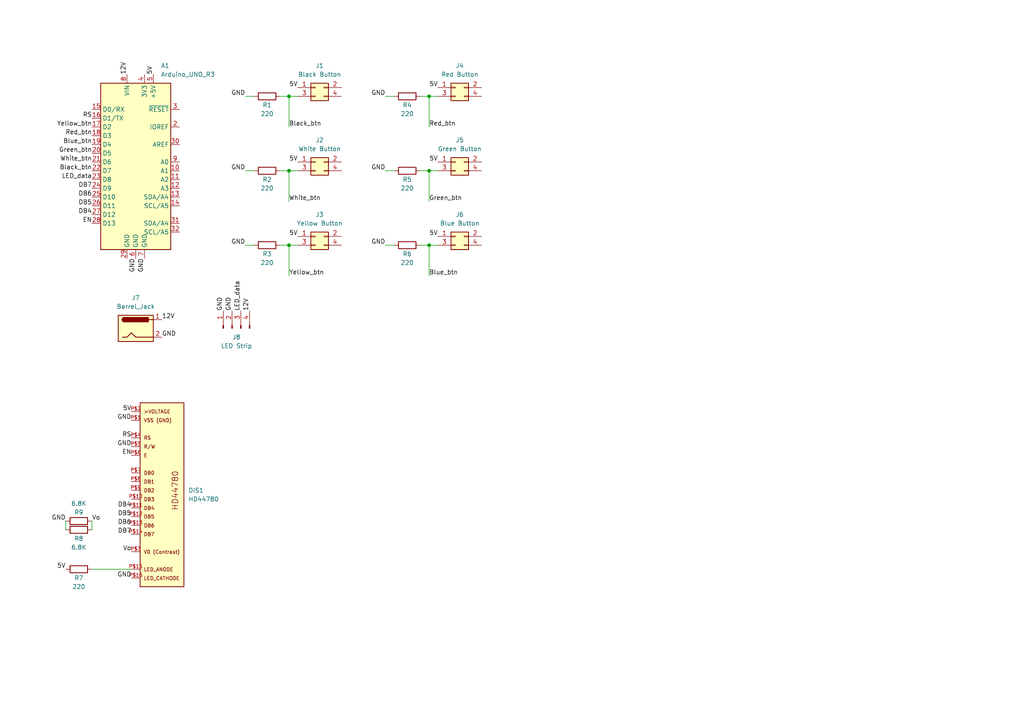
<source format=kicad_sch>
(kicad_sch (version 20230121) (generator eeschema)
  (paper "A4")
  (lib_symbols
    (symbol "Connector:Barrel_Jack" (pin_names (offset 1.016))
      (property "Reference" "J" (at 0 5.334 0))
      (property "Value" "Barrel_Jack" (at 0 -5.08 0))
      (symbol "Barrel_Jack_0_1"
        (rectangle (start -5.08 3.81) (end 5.08 -3.81) (stroke (width 0.254)) (fill (type background)))
        (arc (start -3.302 3.175) (mid -3.9343 2.54) (end -3.302 1.905) (stroke (width 0.254)))
        (arc (start -3.302 3.175) (mid -3.9343 2.54) (end -3.302 1.905) (stroke (width 0.254)) (fill (type outline)))
        (polyline (pts (xy 5.08 2.54) (xy 3.81 2.54)) (stroke (width 0.254)))
        (polyline (pts (xy -3.81 -2.54) (xy -2.54 -2.54) (xy -1.27 -1.27) (xy 0 -2.54) (xy 2.54 -2.54) (xy 5.08 -2.54)) (stroke (width 0.254)))
        (rectangle (start 3.683 3.175) (end -3.302 1.905) (stroke (width 0.254)) (fill (type outline)))
      )
      (symbol "Barrel_Jack_1_1"
        (pin passive line (at 7.62 2.54 180) (length 2.54) (name "~") (number "1"))
        (pin passive line (at 7.62 -2.54 180) (length 2.54) (name "~") (number "2"))
      )
    )
    (symbol "Connector:Conn_01x04_Pin" (pin_names (offset 1.016) hide)
      (property "Reference" "J" (at 0 5.08 0))
      (property "Value" "Conn_01x04_Pin" (at 0 -7.62 0))
      (symbol "Conn_01x04_Pin_1_1"
        (polyline (pts (xy 1.27 -5.08) (xy 0.8636 -5.08)) (stroke (width 0.1524)))
        (polyline (pts (xy 1.27 -2.54) (xy 0.8636 -2.54)) (stroke (width 0.1524)))
        (polyline (pts (xy 1.27 0) (xy 0.8636 0)) (stroke (width 0.1524)))
        (polyline (pts (xy 1.27 2.54) (xy 0.8636 2.54)) (stroke (width 0.1524)))
        (rectangle (start 0.8636 -4.953) (end 0 -5.207) (stroke (width 0.1524)) (fill (type outline)))
        (rectangle (start 0.8636 -2.413) (end 0 -2.667) (stroke (width 0.1524)) (fill (type outline)))
        (rectangle (start 0.8636 0.127) (end 0 -0.127) (stroke (width 0.1524)) (fill (type outline)))
        (rectangle (start 0.8636 2.667) (end 0 2.413) (stroke (width 0.1524)) (fill (type outline)))
        (pin passive line (at 5.08 2.54 180) (length 3.81) (name "Pin_1") (number "1"))
        (pin passive line (at 5.08 0 180) (length 3.81) (name "Pin_2") (number "2"))
        (pin passive line (at 5.08 -2.54 180) (length 3.81) (name "Pin_3") (number "3"))
        (pin passive line (at 5.08 -5.08 180) (length 3.81) (name "Pin_4") (number "4"))
      )
    )
    (symbol "Connector_Generic:Conn_02x02_Top_Bottom" (pin_names (offset 1.016) hide)
      (property "Reference" "J3" (at 1.27 6.35 0))
      (property "Value" "Green Button" (at 1.27 3.81 0))
      (symbol "Conn_02x02_Top_Bottom_1_1"
        (rectangle (start -1.27 -2.413) (end 0 -2.667) (stroke (width 0.1524)))
        (rectangle (start -1.27 0.127) (end 0 -0.127) (stroke (width 0.1524)))
        (rectangle (start -1.27 1.27) (end 3.81 -3.81) (stroke (width 0.254)) (fill (type background)))
        (rectangle (start 3.81 -2.413) (end 2.54 -2.667) (stroke (width 0.1524)))
        (rectangle (start 3.81 0.127) (end 2.54 -0.127) (stroke (width 0.1524)))
        (pin passive line (at -5.08 0 0) (length 3.81) (name "Pin_1") (number "1"))
        (pin passive line (at 7.62 0 180) (length 3.81) (name "Pin_2") (number "2"))
        (pin passive line (at -5.08 -2.54 0) (length 3.81) (name "Pin_3") (number "3"))
        (pin passive line (at 7.62 -2.54 180) (length 3.81) (name "Pin_4") (number "4"))
      )
    )
    (symbol "Device:R" (pin_numbers hide) (pin_names (offset 0))
      (property "Reference" "R" (at 2.032 0 90))
      (property "Value" "R" (at 0 0 90))
      (symbol "R_0_1"
        (rectangle (start -1.016 -2.54) (end 1.016 2.54) (stroke (width 0.254)))
      )
      (symbol "R_1_1"
        (pin passive line (at 0 3.81 270) (length 1.27) (name "~") (number "1"))
        (pin passive line (at 0 -3.81 90) (length 1.27) (name "~") (number "2"))
      )
    )
    (symbol "HD44780:HD44780" (pin_names (offset 1.016))
      (property "Reference" "DIS" (at 0 5.0838 0))
      (property "Value" "HD44780" (at 0 2.5411 0))
      (symbol "HD44780_0_0"
        (rectangle (start 0 -53.34) (end 12.7 0) (stroke (width 0.254)) (fill (type background)))
        (text ">VOLTAGE" (at 1.0178 -2.5445 0) (effects (font (size 1.0178 1.0178)) (justify left)))
        (text "DB0" (at 1.0173 -20.3461 0) (effects (font (size 1.0173 1.0173)) (justify left)))
        (text "DB1" (at 1.0168 -22.8787 0) (effects (font (size 1.0168 1.0168)) (justify left)))
        (text "DB2" (at 1.0162 -25.4047 0) (effects (font (size 1.0162 1.0162)) (justify left)))
        (text "DB3" (at 1.0178 -27.9901 0) (effects (font (size 1.0178 1.0178)) (justify left)))
        (text "DB4" (at 1.0178 -30.5329 0) (effects (font (size 1.0178 1.0178)) (justify left)))
        (text "DB5" (at 1.0161 -33.0219 0) (effects (font (size 1.0161 1.0161)) (justify left)))
        (text "DB6" (at 1.017 -35.5947 0) (effects (font (size 1.017 1.017)) (justify left)))
        (text "DB7" (at 1.0168 -38.1282 0) (effects (font (size 1.0168 1.0168)) (justify left)))
        (text "E" (at 1.018 -15.2701 0) (effects (font (size 1.018 1.018)) (justify left)))
        (text "HD44780" (at 10.1674 -25.4186 900) (effects (font (size 1.6776 1.6776))))
        (text "LED_ANODE" (at 1.0175 -48.3321 0) (effects (font (size 1.0175 1.0175)) (justify left)))
        (text "LED_CATHODE" (at 1.0176 -50.8817 0) (effects (font (size 1.0176 1.0176)) (justify left)))
        (text "R/W" (at 1.0169 -12.7107 0) (effects (font (size 1.0169 1.0169)) (justify left)))
        (text "RS" (at 1.0163 -10.1627 0) (effects (font (size 1.0163 1.0163)) (justify left)))
        (text "V0 (Contrast)" (at 1.0176 -43.2498 0) (effects (font (size 1.0176 1.0176)) (justify left)))
        (text "VSS (GND)" (at 1.0161 -5.0803 0) (effects (font (size 1.0161 1.0161)) (justify left)))
        (pin bidirectional line (at -2.54 -5.08 0) (length 2.54) (name "~") (number "P$1"))
        (pin bidirectional line (at -2.54 -27.94 0) (length 2.54) (name "~") (number "P$10"))
        (pin bidirectional line (at -2.54 -30.48 0) (length 2.54) (name "~") (number "P$11"))
        (pin bidirectional line (at -2.54 -33.02 0) (length 2.54) (name "~") (number "P$12"))
        (pin bidirectional line (at -2.54 -35.56 0) (length 2.54) (name "~") (number "P$13"))
        (pin bidirectional line (at -2.54 -38.1 0) (length 2.54) (name "~") (number "P$14"))
        (pin bidirectional line (at -2.54 -48.26 0) (length 2.54) (name "~") (number "P$15"))
        (pin bidirectional line (at -2.54 -50.8 0) (length 2.54) (name "~") (number "P$16"))
        (pin bidirectional line (at -2.54 -2.54 0) (length 2.54) (name "~") (number "P$2"))
        (pin bidirectional line (at -2.54 -43.18 0) (length 2.54) (name "~") (number "P$3"))
        (pin bidirectional line (at -2.54 -10.16 0) (length 2.54) (name "~") (number "P$4"))
        (pin bidirectional line (at -2.54 -12.7 0) (length 2.54) (name "~") (number "P$5"))
        (pin bidirectional line (at -2.54 -15.24 0) (length 2.54) (name "~") (number "P$6"))
        (pin bidirectional line (at -2.54 -20.32 0) (length 2.54) (name "~") (number "P$7"))
        (pin bidirectional line (at -2.54 -22.86 0) (length 2.54) (name "~") (number "P$8"))
        (pin bidirectional line (at -2.54 -25.4 0) (length 2.54) (name "~") (number "P$9"))
      )
    )
    (symbol "MCU_Module:Arduino_UNO_R3"
      (property "Reference" "A" (at -10.16 23.495 0))
      (property "Value" "Arduino_UNO_R3" (at 5.08 -26.67 0))
      (symbol "Arduino_UNO_R3_0_1"
        (rectangle (start -10.16 22.86) (end 10.16 -25.4) (stroke (width 0.254)) (fill (type background)))
      )
      (symbol "Arduino_UNO_R3_1_1"
        (pin no_connect line (at -10.16 -20.32 0) (length 2.54) hide (name "NC") (number "1"))
        (pin bidirectional line (at 12.7 -2.54 180) (length 2.54) (name "A1") (number "10"))
        (pin bidirectional line (at 12.7 -5.08 180) (length 2.54) (name "A2") (number "11"))
        (pin bidirectional line (at 12.7 -7.62 180) (length 2.54) (name "A3") (number "12"))
        (pin bidirectional line (at 12.7 -10.16 180) (length 2.54) (name "SDA/A4") (number "13"))
        (pin bidirectional line (at 12.7 -12.7 180) (length 2.54) (name "SCL/A5") (number "14"))
        (pin bidirectional line (at -12.7 15.24 0) (length 2.54) (name "D0/RX") (number "15"))
        (pin bidirectional line (at -12.7 12.7 0) (length 2.54) (name "D1/TX") (number "16"))
        (pin bidirectional line (at -12.7 10.16 0) (length 2.54) (name "D2") (number "17"))
        (pin bidirectional line (at -12.7 7.62 0) (length 2.54) (name "D3") (number "18"))
        (pin bidirectional line (at -12.7 5.08 0) (length 2.54) (name "D4") (number "19"))
        (pin output line (at 12.7 10.16 180) (length 2.54) (name "IOREF") (number "2"))
        (pin bidirectional line (at -12.7 2.54 0) (length 2.54) (name "D5") (number "20"))
        (pin bidirectional line (at -12.7 0 0) (length 2.54) (name "D6") (number "21"))
        (pin bidirectional line (at -12.7 -2.54 0) (length 2.54) (name "D7") (number "22"))
        (pin bidirectional line (at -12.7 -5.08 0) (length 2.54) (name "D8") (number "23"))
        (pin bidirectional line (at -12.7 -7.62 0) (length 2.54) (name "D9") (number "24"))
        (pin bidirectional line (at -12.7 -10.16 0) (length 2.54) (name "D10") (number "25"))
        (pin bidirectional line (at -12.7 -12.7 0) (length 2.54) (name "D11") (number "26"))
        (pin bidirectional line (at -12.7 -15.24 0) (length 2.54) (name "D12") (number "27"))
        (pin bidirectional line (at -12.7 -17.78 0) (length 2.54) (name "D13") (number "28"))
        (pin power_in line (at -2.54 -27.94 90) (length 2.54) (name "GND") (number "29"))
        (pin input line (at 12.7 15.24 180) (length 2.54) (name "~{RESET}") (number "3"))
        (pin input line (at 12.7 5.08 180) (length 2.54) (name "AREF") (number "30"))
        (pin bidirectional line (at 12.7 -17.78 180) (length 2.54) (name "SDA/A4") (number "31"))
        (pin bidirectional line (at 12.7 -20.32 180) (length 2.54) (name "SCL/A5") (number "32"))
        (pin power_out line (at 2.54 25.4 270) (length 2.54) (name "3V3") (number "4"))
        (pin power_out line (at 5.08 25.4 270) (length 2.54) (name "+5V") (number "5"))
        (pin power_in line (at 0 -27.94 90) (length 2.54) (name "GND") (number "6"))
        (pin power_in line (at 2.54 -27.94 90) (length 2.54) (name "GND") (number "7"))
        (pin power_in line (at -2.54 25.4 270) (length 2.54) (name "VIN") (number "8"))
        (pin bidirectional line (at 12.7 0 180) (length 2.54) (name "A0") (number "9"))
      )
    )
  )
  (junction (at 124.46 71.12))
  (junction (at 83.82 49.53))
  (junction (at 83.82 27.94))
  (junction (at 124.46 27.94))
  (junction (at 124.46 49.53))
  (junction (at 83.82 71.12))
  (wire (pts (xy 26.67 151.13) (xy 26.67 153.67)))
  (wire (pts (xy 111.76 49.53) (xy 114.3 49.53)))
  (wire (pts (xy 26.67 165.1) (xy 38.1 165.1)))
  (wire (pts (xy 83.82 71.12) (xy 83.82 80.01)))
  (wire (pts (xy 124.46 27.94) (xy 124.46 36.83)))
  (wire (pts (xy 71.12 49.53) (xy 73.66 49.53)))
  (wire (pts (xy 121.92 71.12) (xy 124.46 71.12)))
  (wire (pts (xy 121.92 49.53) (xy 124.46 49.53)))
  (wire (pts (xy 111.76 71.12) (xy 114.3 71.12)))
  (wire (pts (xy 124.46 49.53) (xy 127 49.53)))
  (wire (pts (xy 81.28 27.94) (xy 83.82 27.94)))
  (wire (pts (xy 83.82 71.12) (xy 86.36 71.12)))
  (wire (pts (xy 124.46 27.94) (xy 127 27.94)))
  (wire (pts (xy 71.12 71.12) (xy 73.66 71.12)))
  (wire (pts (xy 121.92 27.94) (xy 124.46 27.94)))
  (wire (pts (xy 124.46 71.12) (xy 127 71.12)))
  (wire (pts (xy 71.12 27.94) (xy 73.66 27.94)))
  (wire (pts (xy 83.82 27.94) (xy 83.82 36.83)))
  (wire (pts (xy 111.76 27.94) (xy 114.3 27.94)))
  (wire (pts (xy 81.28 49.53) (xy 83.82 49.53)))
  (wire (pts (xy 83.82 27.94) (xy 86.36 27.94)))
  (wire (pts (xy 124.46 49.53) (xy 124.46 58.42)))
  (wire (pts (xy 83.82 49.53) (xy 83.82 58.42)))
  (wire (pts (xy 83.82 49.53) (xy 86.36 49.53)))
  (wire (pts (xy 19.05 151.13) (xy 19.05 153.67)))
  (wire (pts (xy 81.28 71.12) (xy 83.82 71.12)))
  (wire (pts (xy 124.46 71.12) (xy 124.46 80.01)))
  (label "Vo" (at 26.67 151.13 0))
  (label "DB6" (at 26.67 57.15 180))
  (label "Yellow_btn" (at 83.82 80.01 0))
  (label "DB4" (at 26.67 62.23 180))
  (label "GND" (at 38.1 129.54 180))
  (label "Green_btn" (at 124.46 58.42 0))
  (label "GND" (at 111.76 27.94 180))
  (label "5V" (at 38.1 119.38 180))
  (label "GND" (at 111.76 49.53 180))
  (label "LED_data" (at 26.67 52.07 180))
  (label "Red_btn" (at 124.46 36.83 0))
  (label "5V" (at 127 46.99 180))
  (label "White_btn" (at 26.67 46.99 180))
  (label "Green_btn" (at 26.67 44.45 180))
  (label "GND" (at 71.12 71.12 180))
  (label "GND" (at 67.31 90.17 90))
  (label "GND" (at 71.12 49.53 180))
  (label "LED_data" (at 69.85 90.17 90))
  (label "DB7" (at 38.1 154.94 180))
  (label "Red_btn" (at 26.67 39.37 180))
  (label "DB6" (at 38.1 152.4 180))
  (label "5V" (at 86.36 68.58 180))
  (label "GND" (at 71.12 27.94 180))
  (label "Blue_btn" (at 124.46 80.01 0))
  (label "Yellow_btn" (at 26.67 36.83 180))
  (label "RS" (at 26.67 34.29 180))
  (label "12V" (at 36.83 21.59 90))
  (label "GND" (at 111.76 71.12 180))
  (label "12V" (at 46.99 92.71 0))
  (label "5V" (at 127 25.4 180))
  (label "EN" (at 38.1 132.08 180))
  (label "5V" (at 86.36 46.99 180))
  (label "RS" (at 38.1 127 180))
  (label "Black_btn" (at 26.67 49.53 180))
  (label "5V" (at 19.05 165.1 180))
  (label "DB4" (at 38.1 147.32 180))
  (label "White_btn" (at 83.82 58.42 0))
  (label "DB5" (at 38.1 149.86 180))
  (label "5V" (at 127 68.58 180))
  (label "GND" (at 39.37 74.93 270))
  (label "DB5" (at 26.67 59.69 180))
  (label "Blue_btn" (at 26.67 41.91 180))
  (label "5V" (at 44.45 21.59 90))
  (label "GND" (at 46.99 97.79 0))
  (label "Vo" (at 38.1 160.02 180))
  (label "GND" (at 38.1 167.64 180))
  (label "12V" (at 72.39 90.17 90))
  (label "GND" (at 41.91 74.93 270))
  (label "EN" (at 26.67 64.77 180))
  (label "GND" (at 19.05 151.13 180))
  (label "DB7" (at 26.67 54.61 180))
  (label "GND" (at 64.77 90.17 90))
  (label "Black_btn" (at 83.82 36.83 0))
  (label "5V" (at 86.36 25.4 180))
  (label "GND" (at 38.1 121.92 180))
  (symbol (lib_id "Device:R") (at 77.47 71.12 90) (unit 1)
    (property "Reference" "R3" (at 77.47 73.66 90))
    (property "Value" "220" (at 77.47 76.2 90))
    (property "Footprint" "Arduino:resistor" (effects hide))
  )
  (symbol (lib_id "Connector_Generic:Conn_02x02_Top_Bottom") (at 91.44 68.58 0) (unit 1)
    (property "Reference" "J3" (at 92.71 62.23 0))
    (property "Value" "Yellow Button" (at 92.71 64.77 0))
    (property "Footprint" "Arduino:led_matrix_button" (effects hide))
  )
  (symbol (lib_id "Connector:Conn_01x04_Pin") (at 67.31 95.25 90) (unit 1)
    (property "Reference" "J8" (at 68.58 97.79 90))
    (property "Value" "LED Strip" (at 68.58 100.33 90))
    (property "Footprint" "Connector_PinHeader_2.54mm:PinHeader_1x04_P2.54mm_Vertical" (effects hide))
  )
  (symbol (lib_id "Device:R") (at 118.11 71.12 90) (unit 1)
    (property "Reference" "R6" (at 118.11 73.66 90))
    (property "Value" "220" (at 118.11 76.2 90))
    (property "Footprint" "Arduino:resistor" (effects hide))
  )
  (symbol (lib_id "Device:R") (at 77.47 27.94 90) (unit 1)
    (property "Reference" "R1" (at 77.47 30.48 90))
    (property "Value" "220" (at 77.47 33.02 90))
    (property "Footprint" "Arduino:resistor" (effects hide))
  )
  (symbol (lib_id "MCU_Module:Arduino_UNO_R3") (at 39.37 46.99 0) (unit 1)
    (property "Reference" "A1" (at 46.6441 19.05 0) (effects (justify left)))
    (property "Value" "Arduino_UNO_R3" (at 46.6441 21.59 0) (effects (justify left)))
    (property "Footprint" "Module:Arduino_UNO_R3" (effects hide))
    (property "Datasheet" "https://www.arduino.cc/en/Main/arduinoBoardUno" (effects hide))
  )
  (symbol (lib_id "Connector_Generic:Conn_02x02_Top_Bottom") (at 132.08 68.58 0) (unit 1)
    (property "Reference" "J6" (at 133.35 62.23 0))
    (property "Value" "Blue Button" (at 133.35 64.77 0))
    (property "Footprint" "Arduino:led_matrix_button" (effects hide))
  )
  (symbol (lib_id "Connector_Generic:Conn_02x02_Top_Bottom") (at 132.08 25.4 0) (unit 1)
    (property "Reference" "J4" (at 133.35 19.05 0))
    (property "Value" "Red Button" (at 133.35 21.59 0))
    (property "Footprint" "Arduino:led_matrix_button" (effects hide))
  )
  (symbol (lib_id "Connector:Barrel_Jack") (at 39.37 95.25 0) (unit 1)
    (property "Reference" "J7" (at 39.37 86.36 0))
    (property "Value" "Barrel_Jack" (at 39.37 88.9 0))
    (property "Footprint" "Connector_BarrelJack:BarrelJack_GCT_DCJ200-10-A_Horizontal" (effects hide))
  )
  (symbol (lib_id "Device:R") (at 118.11 27.94 90) (unit 1)
    (property "Reference" "R4" (at 118.11 30.48 90))
    (property "Value" "220" (at 118.11 33.02 90))
    (property "Footprint" "Arduino:resistor" (effects hide))
  )
  (symbol (lib_id "Connector_Generic:Conn_02x02_Top_Bottom") (at 132.08 46.99 0) (unit 1)
    (property "Reference" "J5" (at 133.35 40.64 0))
    (property "Value" "Green Button" (at 133.35 43.18 0))
    (property "Footprint" "Arduino:led_matrix_button" (effects hide))
  )
  (symbol (lib_id "Device:R") (at 22.86 153.67 90) (unit 1)
    (property "Reference" "R8" (at 22.86 156.21 90))
    (property "Value" "6.8K" (at 22.86 158.75 90))
    (property "Footprint" "Arduino:resistor" (effects hide))
  )
  (symbol (lib_id "Device:R") (at 22.86 165.1 90) (unit 1)
    (property "Reference" "R7" (at 22.86 167.64 90))
    (property "Value" "220" (at 22.86 170.18 90))
    (property "Footprint" "Arduino:resistor" (effects hide))
  )
  (symbol (lib_id "Connector_Generic:Conn_02x02_Top_Bottom") (at 91.44 46.99 0) (unit 1)
    (property "Reference" "J2" (at 92.71 40.64 0))
    (property "Value" "White Button" (at 92.71 43.18 0))
    (property "Footprint" "Arduino:led_matrix_button" (effects hide))
  )
  (symbol (lib_id "Device:R") (at 118.11 49.53 90) (unit 1)
    (property "Reference" "R5" (at 118.11 52.07 90))
    (property "Value" "220" (at 118.11 54.61 90))
    (property "Footprint" "Arduino:resistor" (effects hide))
  )
  (symbol (lib_id "Connector_Generic:Conn_02x02_Top_Bottom") (at 91.44 25.4 0) (unit 1)
    (property "Reference" "J1" (at 92.71 19.05 0))
    (property "Value" "Black Button" (at 92.71 21.59 0))
    (property "Footprint" "Arduino:led_matrix_button" (effects hide))
  )
  (symbol (lib_id "Device:R") (at 77.47 49.53 90) (unit 1)
    (property "Reference" "R2" (at 77.47 52.07 90))
    (property "Value" "220" (at 77.47 54.61 90))
    (property "Footprint" "Arduino:resistor" (effects hide))
  )
  (symbol (lib_id "Device:R") (at 22.86 151.13 90) (mirror x) (unit 1)
    (property "Reference" "R9" (at 22.86 148.59 90))
    (property "Value" "6.8K" (at 22.86 146.05 90))
    (property "Footprint" "Arduino:resistor" (effects hide))
  )
  (symbol (lib_id "HD44780:HD44780") (at 40.64 116.84 0) (unit 1)
    (property "Reference" "DIS1" (at 54.61 142.24 0) (effects (justify left)))
    (property "Value" "HD44780" (at 54.61 144.78 0) (effects (justify left)))
    (property "Footprint" "HD44780:16026-16X2" (effects hide))
    (property "MF" "Lumex Opto/Components" (effects hide))
    (property "Description" "\nCharacter LCD Display Module Transflective 5 x 8 Dots STN - Super-Twisted Nematic LED - Yellow/Green Parallel 80.00mm x 36.00mm x 12.70mm\n" (effects hide))
    (property "Package" "None" (effects hide))
    (property "Price" "None" (effects hide))
    (property "Check_prices" "https://www.snapeda.com/parts/HD44780/Lumex+Opto%252FComponents+Inc./view-part/?ref=eda" (effects hide))
    (property "MP" "HD44780" (effects hide))
    (property "SnapEDA_Link" "https://www.snapeda.com/parts/HD44780/Lumex+Opto%252FComponents+Inc./view-part/?ref=snap" (effects hide))
    (property "VOLTAGE" "5V" (effects hide))
    (property "Availability" "Not in stock" (effects hide))
    (property "MGF#" "N/A" (effects hide))
  )
)
</source>
